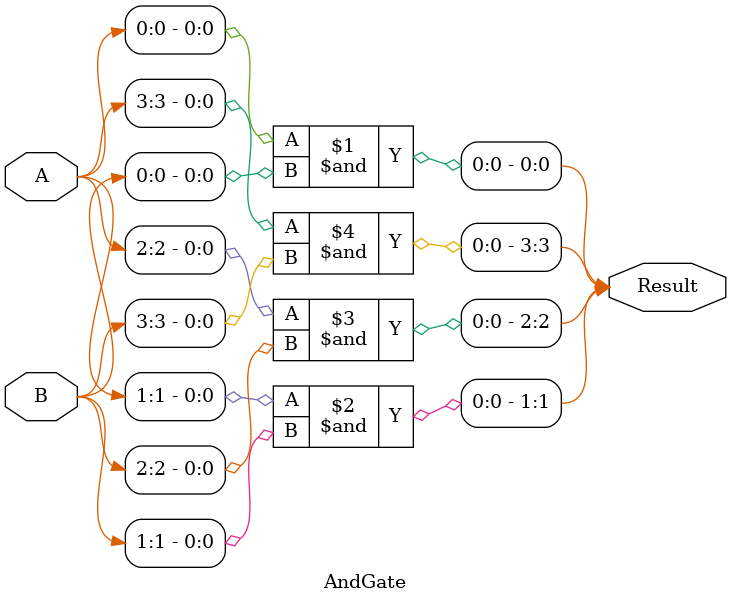
<source format=v>
module AndGate (input [3:0] A, B, output [3:0] Result);
    // AND operation for each bit of A and B
    and(Result[0], A[0], B[0]);  // AND operation for the least significant bit
    and(Result[1], A[1], B[1]);  // AND operation for the second least significant bit
    and(Result[2], A[2], B[2]);  // AND operation for the third least significant bit
    and(Result[3], A[3], B[3]);  // AND operation for the most significant bit
  
endmodule

</source>
